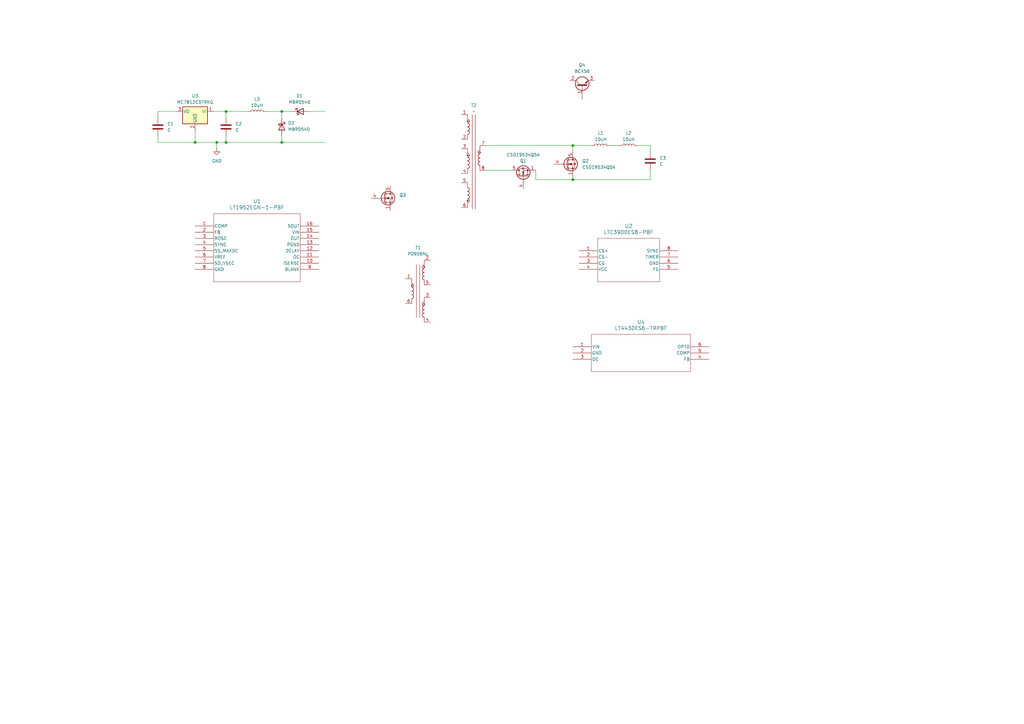
<source format=kicad_sch>
(kicad_sch (version 20231120) (generator "eeschema") (generator_version "8.0")
  (paper "A3")
  (lib_symbols
    (symbol "Device:C" (pin_numbers hide) (pin_names (offset 0.254))
      (property "Reference" "C" (at 0.635 2.54 0))
      (property "Value" "C" (at 0.635 -2.54 0))
      (symbol "C_0_1"
        (polyline (pts (xy -2.032 -0.762) (xy 2.032 -0.762)) (stroke (width 0.508)))
        (polyline (pts (xy -2.032 0.762) (xy 2.032 0.762)) (stroke (width 0.508)))
      )
      (symbol "C_1_1"
        (pin passive line (at 0 3.81 270) (length 2.794) (name "~") (number "1"))
        (pin passive line (at 0 -3.81 90) (length 2.794) (name "~") (number "2"))
      )
    )
    (symbol "Device:L" (pin_numbers hide) (pin_names (offset 1.016) hide)
      (property "Reference" "L" (at -1.27 0 90))
      (property "Value" "L" (at 1.905 0 90))
      (symbol "L_0_1"
        (arc (start 0 -2.54) (mid 0.6323 -1.905) (end 0 -1.27))
        (arc (start 0 -1.27) (mid 0.6323 -0.635) (end 0 0))
        (arc (start 0 0) (mid 0.6323 0.635) (end 0 1.27))
        (arc (start 0 1.27) (mid 0.6323 1.905) (end 0 2.54))
      )
      (symbol "L_1_1"
        (pin passive line (at 0 3.81 270) (length 1.27) (name "1") (number "1"))
        (pin passive line (at 0 -3.81 90) (length 1.27) (name "2") (number "2"))
      )
    )
    (symbol "Diode:MBR0540" (pin_numbers hide) (pin_names (offset 1.016) hide)
      (property "Reference" "D" (at 0 2.54 0))
      (property "Value" "MBR0540" (at 0 -2.54 0))
      (symbol "MBR0540_0_1"
        (polyline (pts (xy 1.27 0) (xy -1.27 0)))
        (polyline (pts (xy 1.27 1.27) (xy 1.27 -1.27) (xy -1.27 0) (xy 1.27 1.27)) (stroke (width 0.254)))
        (polyline (pts (xy -1.905 0.635) (xy -1.905 1.27) (xy -1.27 1.27) (xy -1.27 -1.27) (xy -0.635 -1.27) (xy -0.635 -0.635)) (stroke (width 0.254)))
      )
      (symbol "MBR0540_1_1"
        (pin passive line (at -3.81 0 0) (length 2.54) (name "K") (number "1"))
        (pin passive line (at 3.81 0 180) (length 2.54) (name "A") (number "2"))
      )
    )
    (symbol "Forward_Symbols:Custom_Transformer"
      (property "Reference" "T" (at 0 20.828 0))
      (symbol "Custom_Transformer_0_1"
        (arc (start -2.54 -18.288) (mid -1.7813 -17.526) (end -2.54 -16.764) (stroke (width 0.2032)))
        (circle (center -2.54 -17.526) (radius 0.254) (fill (type outline)))
        (arc (start -2.54 -16.764) (mid -1.7813 -16.002) (end -2.54 -15.24) (stroke (width 0.2032)))
        (arc (start -2.54 -15.24) (mid -1.7813 -14.478) (end -2.54 -13.716) (stroke (width 0.2032)))
        (arc (start -2.54 -4.318) (mid -1.7813 -3.556) (end -2.54 -2.794) (stroke (width 0.2032)))
        (arc (start -2.54 -2.794) (mid -1.7813 -2.032) (end -2.54 -1.27) (stroke (width 0.2032)))
        (arc (start -2.54 -1.27) (mid -1.7813 -0.508) (end -2.54 0.254) (stroke (width 0.2032)))
        (circle (center -2.54 1.016) (radius 0.254) (fill (type outline)))
        (arc (start -2.54 9.652) (mid -1.7813 10.414) (end -2.54 11.176) (stroke (width 0.2032)))
        (arc (start -2.54 11.176) (mid -1.7813 11.938) (end -2.54 12.7) (stroke (width 0.2032)))
        (arc (start -2.54 12.7) (mid -1.7813 13.462) (end -2.54 14.224) (stroke (width 0.2032)))
        (circle (center -2.54 14.986) (radius 0.254) (fill (type outline)))
        (polyline (pts (xy -2.54 -18.288) (xy -2.54 -20.32)))
        (polyline (pts (xy -2.54 -10.16) (xy -2.54 -12.192)))
        (polyline (pts (xy -2.54 -4.318) (xy -2.54 -6.35)))
        (polyline (pts (xy -2.54 3.81) (xy -2.54 1.778)))
        (polyline (pts (xy -2.54 9.652) (xy -2.54 7.62)))
        (polyline (pts (xy -2.54 17.78) (xy -2.54 15.748)))
        (polyline (pts (xy -0.635 17.78) (xy -0.635 -20.955)))
        (polyline (pts (xy 0.635 17.78) (xy 0.635 -20.955)))
        (polyline (pts (xy 2.54 -3.048) (xy 2.54 -5.08)))
        (polyline (pts (xy 2.54 5.08) (xy 2.54 3.048)))
        (arc (start 2.54 -1.524) (mid 1.7813 -2.286) (end 2.54 -3.048) (stroke (width 0.2032)))
        (arc (start 2.54 0) (mid 1.7813 -0.762) (end 2.54 -1.524) (stroke (width 0.2032)))
        (arc (start 2.54 1.524) (mid 1.7813 0.762) (end 2.54 0) (stroke (width 0.2032)))
        (circle (center 2.54 2.286) (radius 0.254) (fill (type outline)))
        (arc (start 2.54 3.048) (mid 1.7813 2.286) (end 2.54 1.524) (stroke (width 0.2032)))
      )
      (symbol "Custom_Transformer_1_1"
        (arc (start -2.54 -13.716) (mid -1.7813 -12.954) (end -2.54 -12.192) (stroke (width 0.2032)))
        (arc (start -2.54 0.254) (mid -1.7813 1.016) (end -2.54 1.778) (stroke (width 0.2032)))
        (arc (start -2.54 14.224) (mid -1.7813 14.986) (end -2.54 15.748) (stroke (width 0.2032)))
        (pin passive line (at -5.08 17.78 0) (length 2.54) (name "~") (number "1"))
        (pin passive line (at -5.08 7.62 0) (length 2.54) (name "~") (number "2"))
        (pin passive line (at -5.08 3.81 0) (length 2.54) (name "~") (number "3"))
        (pin passive line (at -5.08 -6.35 0) (length 2.54) (name "~") (number "4"))
        (pin passive line (at -5.08 -10.16 0) (length 2.54) (name "~") (number "5"))
        (pin passive line (at -5.08 -20.32 0) (length 2.54) (name "~") (number "6"))
        (pin passive line (at 5.08 5.08 180) (length 2.54) (name "~") (number "7"))
        (pin passive line (at 5.08 -5.08 180) (length 2.54) (name "~") (number "8"))
      )
    )
    (symbol "Forward_Symbols:LT1952EGN-1-PBF" (pin_names (offset 0.254))
      (property "Reference" "U" (at 25.4 10.16 0))
      (property "Value" "LT1952EGN-1-PBF" (at 25.4 7.62 0))
      (symbol "LT1952EGN-1-PBF_0_1"
        (polyline (pts (xy 7.62 -22.86) (xy 43.18 -22.86)) (stroke (width 0.127)))
        (polyline (pts (xy 7.62 5.08) (xy 7.62 -22.86)) (stroke (width 0.127)))
        (polyline (pts (xy 43.18 -22.86) (xy 43.18 5.08)) (stroke (width 0.127)))
        (polyline (pts (xy 43.18 5.08) (xy 7.62 5.08)) (stroke (width 0.127)))
        (pin output line (at 0 0 0) (length 7.62) (name "COMP") (number "1"))
        (pin input line (at 50.8 -15.24 180) (length 7.62) (name "ISENSE") (number "10"))
        (pin unspecified line (at 50.8 -12.7 180) (length 7.62) (name "OC") (number "11"))
        (pin unspecified line (at 50.8 -10.16 180) (length 7.62) (name "DELAY") (number "12"))
        (pin power_in line (at 50.8 -7.62 180) (length 7.62) (name "PGND") (number "13"))
        (pin output line (at 50.8 -5.08 180) (length 7.62) (name "OUT") (number "14"))
        (pin input line (at 50.8 -2.54 180) (length 7.62) (name "VIN") (number "15"))
        (pin output line (at 50.8 0 180) (length 7.62) (name "SOUT") (number "16"))
        (pin output line (at 0 -2.54 0) (length 7.62) (name "FB") (number "2"))
        (pin unspecified line (at 0 -5.08 0) (length 7.62) (name "ROSC") (number "3"))
        (pin unspecified line (at 0 -7.62 0) (length 7.62) (name "SYNC") (number "4"))
        (pin unspecified line (at 0 -10.16 0) (length 7.62) (name "SS_MAXDC") (number "5"))
        (pin output line (at 0 -12.7 0) (length 7.62) (name "VREF") (number "6"))
        (pin unspecified line (at 0 -15.24 0) (length 7.62) (name "SD_VSEC") (number "7"))
        (pin power_in line (at 0 -17.78 0) (length 7.62) (name "GND") (number "8"))
        (pin output line (at 50.8 -17.78 180) (length 7.62) (name "BLANK") (number "9"))
      )
    )
    (symbol "Forward_Symbols:LT4430ES6-TRPBF" (pin_names (offset 0.254))
      (property "Reference" "U" (at 27.94 10.16 0))
      (property "Value" "LT4430ES6-TRPBF" (at 27.94 7.62 0))
      (symbol "LT4430ES6-TRPBF_0_1"
        (polyline (pts (xy 7.62 -10.16) (xy 48.26 -10.16)) (stroke (width 0.127)))
        (polyline (pts (xy 7.62 5.08) (xy 7.62 -10.16)) (stroke (width 0.127)))
        (polyline (pts (xy 48.26 -10.16) (xy 48.26 5.08)) (stroke (width 0.127)))
        (polyline (pts (xy 48.26 5.08) (xy 7.62 5.08)) (stroke (width 0.127)))
        (pin input line (at 0 0 0) (length 7.62) (name "VIN") (number "1"))
        (pin power_in line (at 0 -2.54 0) (length 7.62) (name "GND") (number "2"))
        (pin unspecified line (at 0 -5.08 0) (length 7.62) (name "OC") (number "3"))
        (pin input line (at 55.88 -5.08 180) (length 7.62) (name "FB") (number "4"))
        (pin output line (at 55.88 -2.54 180) (length 7.62) (name "COMP") (number "5"))
        (pin output line (at 55.88 0 180) (length 7.62) (name "OPTO") (number "6"))
      )
    )
    (symbol "Forward_Symbols:LTC3900ES8-PBF" (pin_names (offset 0.254))
      (property "Reference" "U" (at 20.32 10.16 0))
      (property "Value" "LTC3900ES8-PBF" (at 20.32 7.62 0))
      (symbol "LTC3900ES8-PBF_0_1"
        (polyline (pts (xy 7.62 -12.7) (xy 33.02 -12.7)) (stroke (width 0.127)))
        (polyline (pts (xy 7.62 5.08) (xy 7.62 -12.7)) (stroke (width 0.127)))
        (polyline (pts (xy 33.02 -12.7) (xy 33.02 5.08)) (stroke (width 0.127)))
        (polyline (pts (xy 33.02 5.08) (xy 7.62 5.08)) (stroke (width 0.127)))
        (pin input line (at 0 0 0) (length 7.62) (name "CS+") (number "1"))
        (pin input line (at 0 -2.54 0) (length 7.62) (name "CS-") (number "2"))
        (pin unspecified line (at 0 -5.08 0) (length 7.62) (name "CG") (number "3"))
        (pin power_in line (at 0 -7.62 0) (length 7.62) (name "VCC") (number "4"))
        (pin unspecified line (at 40.64 -7.62 180) (length 7.62) (name "FG") (number "5"))
        (pin power_in line (at 40.64 -5.08 180) (length 7.62) (name "GND") (number "6"))
        (pin input line (at 40.64 -2.54 180) (length 7.62) (name "TIMER") (number "7"))
        (pin input line (at 40.64 0 180) (length 7.62) (name "SYNC") (number "8"))
      )
    )
    (symbol "Regulator_Linear:MC78M05_TO252" (pin_names (offset 0.254))
      (property "Reference" "U" (at -3.81 3.175 0))
      (property "Value" "MC78M05_TO252" (at 0 3.175 0))
      (symbol "MC78M05_TO252_0_1"
        (rectangle (start -5.08 1.905) (end 5.08 -5.08) (stroke (width 0.254)) (fill (type background)))
      )
      (symbol "MC78M05_TO252_1_1"
        (pin power_in line (at -7.62 0 0) (length 2.54) (name "VI") (number "1"))
        (pin power_in line (at 0 -7.62 90) (length 2.54) (name "GND") (number "2"))
        (pin power_out line (at 7.62 0 180) (length 2.54) (name "VO") (number "3"))
      )
    )
    (symbol "Transformer:P0926NL" (pin_names hide)
      (property "Reference" "T" (at 0 13.97 0))
      (property "Value" "P0926NL" (at 0 -13.97 0))
      (symbol "P0926NL_0_1"
        (arc (start -2.54 -3.048) (mid -1.7813 -2.286) (end -2.54 -1.524) (stroke (width 0.2032)))
        (arc (start -2.54 -1.524) (mid -1.7813 -0.762) (end -2.54 0) (stroke (width 0.2032)))
        (arc (start -2.54 0) (mid -1.7813 0.762) (end -2.54 1.524) (stroke (width 0.2032)))
        (circle (center -2.54 2.286) (radius 0.254) (fill (type outline)))
        (polyline (pts (xy -2.54 -3.048) (xy -2.54 -5.08)))
        (polyline (pts (xy -2.54 5.08) (xy -2.54 3.048)))
        (polyline (pts (xy -0.635 10.795) (xy -0.635 -10.795)))
        (polyline (pts (xy 0.635 10.795) (xy 0.635 -10.795)))
        (polyline (pts (xy 2.54 -10.668) (xy 2.54 -12.7)))
        (polyline (pts (xy 2.54 -2.54) (xy 2.54 -4.572)))
        (polyline (pts (xy 2.54 4.572) (xy 2.54 2.54)))
        (polyline (pts (xy 2.54 12.7) (xy 2.54 10.668)))
        (arc (start 2.54 -9.144) (mid 1.7813 -9.906) (end 2.54 -10.668) (stroke (width 0.2032)))
        (arc (start 2.54 -7.62) (mid 1.7813 -8.382) (end 2.54 -9.144) (stroke (width 0.2032)))
        (arc (start 2.54 -6.096) (mid 1.7813 -6.858) (end 2.54 -7.62) (stroke (width 0.2032)))
        (circle (center 2.54 -5.334) (radius 0.254) (fill (type outline)))
        (arc (start 2.54 -4.572) (mid 1.7813 -5.334) (end 2.54 -6.096) (stroke (width 0.2032)))
        (arc (start 2.54 6.096) (mid 1.7813 5.334) (end 2.54 4.572) (stroke (width 0.2032)))
        (arc (start 2.54 7.62) (mid 1.7813 6.858) (end 2.54 6.096) (stroke (width 0.2032)))
        (arc (start 2.54 9.144) (mid 1.7813 8.382) (end 2.54 7.62) (stroke (width 0.2032)))
        (circle (center 2.54 9.906) (radius 0.254) (fill (type outline)))
        (arc (start 2.54 10.668) (mid 1.7813 9.906) (end 2.54 9.144) (stroke (width 0.2032)))
      )
      (symbol "P0926NL_1_1"
        (arc (start -2.54 1.524) (mid -1.7813 2.286) (end -2.54 3.048) (stroke (width 0.2032)))
        (pin passive line (at -5.08 5.08 0) (length 2.54) (name "~") (number "1"))
        (pin passive line (at 5.08 12.7 180) (length 2.54) (name "~") (number "2"))
        (pin passive line (at 5.08 -2.54 180) (length 2.54) (name "~") (number "3"))
        (pin passive line (at 5.08 -12.7 180) (length 2.54) (name "~") (number "4"))
        (pin passive line (at 5.08 2.54 180) (length 2.54) (name "~") (number "5"))
        (pin passive line (at -5.08 -5.08 0) (length 2.54) (name "~") (number "6"))
      )
    )
    (symbol "Transistor_BJT:BCX56" (pin_names (offset 0) hide)
      (property "Reference" "Q" (at 5.08 1.905 0))
      (property "Value" "BCX56" (at 5.08 0 0))
      (symbol "BCX56_0_1"
        (polyline (pts (xy 0.635 0.635) (xy 2.54 2.54)))
        (polyline (pts (xy 0.635 -0.635) (xy 2.54 -2.54) (xy 2.54 -2.54)))
        (polyline (pts (xy 0.635 1.905) (xy 0.635 -1.905) (xy 0.635 -1.905)) (stroke (width 0.508)))
        (polyline (pts (xy 1.27 -1.778) (xy 1.778 -1.27) (xy 2.286 -2.286) (xy 1.27 -1.778) (xy 1.27 -1.778)) (fill (type outline)))
        (circle (center 1.27 0) (radius 2.8194) (stroke (width 0.254)))
      )
      (symbol "BCX56_1_1"
        (pin input line (at -5.08 0 0) (length 5.715) (name "B") (number "1"))
        (pin passive line (at 2.54 5.08 270) (length 2.54) (name "C") (number "2"))
        (pin passive line (at 2.54 -5.08 90) (length 2.54) (name "E") (number "3"))
      )
    )
    (symbol "Transistor_FET:BSC340N08NS3G" (pin_names hide)
      (property "Reference" "Q" (at 5.08 1.905 0))
      (property "Value" "BSC340N08NS3G" (at 5.08 0 0))
      (symbol "BSC340N08NS3G_0_1"
        (polyline (pts (xy 0.254 0) (xy -2.54 0)))
        (polyline (pts (xy 0.254 1.905) (xy 0.254 -1.905)) (stroke (width 0.254)))
        (polyline (pts (xy 0.762 -1.27) (xy 0.762 -2.286)) (stroke (width 0.254)))
        (polyline (pts (xy 0.762 0.508) (xy 0.762 -0.508)) (stroke (width 0.254)))
        (polyline (pts (xy 0.762 2.286) (xy 0.762 1.27)) (stroke (width 0.254)))
        (polyline (pts (xy 2.54 2.54) (xy 2.54 1.778)))
        (polyline (pts (xy 2.54 -2.54) (xy 2.54 0) (xy 0.762 0)))
        (polyline (pts (xy 0.762 -1.778) (xy 3.302 -1.778) (xy 3.302 1.778) (xy 0.762 1.778)))
        (polyline (pts (xy 1.016 0) (xy 2.032 0.381) (xy 2.032 -0.381) (xy 1.016 0)) (fill (type outline)))
        (polyline (pts (xy 2.794 0.508) (xy 2.921 0.381) (xy 3.683 0.381) (xy 3.81 0.254)))
        (polyline (pts (xy 3.302 0.381) (xy 2.921 -0.254) (xy 3.683 -0.254) (xy 3.302 0.381)))
        (circle (center 1.651 0) (radius 2.794) (stroke (width 0.254)))
        (circle (center 2.54 -1.778) (radius 0.254) (fill (type outline)))
        (circle (center 2.54 1.778) (radius 0.254) (fill (type outline)))
      )
      (symbol "BSC340N08NS3G_1_1"
        (pin passive line (at 2.54 -5.08 90) (length 2.54) (name "S") (number "1"))
        (pin passive line (at 2.54 -5.08 90) (length 2.54) hide (name "S") (number "2"))
        (pin passive line (at 2.54 -5.08 90) (length 2.54) hide (name "S") (number "3"))
        (pin passive line (at -5.08 0 0) (length 2.54) (name "G") (number "4"))
        (pin passive line (at 2.54 5.08 270) (length 2.54) (name "D") (number "5"))
      )
    )
    (symbol "Transistor_FET:CSD19534Q5A" (pin_names hide)
      (property "Reference" "Q" (at 5.08 1.905 0))
      (property "Value" "CSD19534Q5A" (at 5.08 0 0))
      (symbol "CSD19534Q5A_0_1"
        (polyline (pts (xy 0.254 0) (xy -2.54 0)))
        (polyline (pts (xy 0.254 1.905) (xy 0.254 -1.905)) (stroke (width 0.254)))
        (polyline (pts (xy 0.762 -1.27) (xy 0.762 -2.286)) (stroke (width 0.254)))
        (polyline (pts (xy 0.762 0.508) (xy 0.762 -0.508)) (stroke (width 0.254)))
        (polyline (pts (xy 0.762 2.286) (xy 0.762 1.27)) (stroke (width 0.254)))
        (polyline (pts (xy 2.54 2.54) (xy 2.54 1.778)))
        (polyline (pts (xy 2.54 -2.54) (xy 2.54 0) (xy 0.762 0)))
        (polyline (pts (xy 0.762 -1.778) (xy 3.302 -1.778) (xy 3.302 1.778) (xy 0.762 1.778)))
        (polyline (pts (xy 1.016 0) (xy 2.032 0.381) (xy 2.032 -0.381) (xy 1.016 0)) (fill (type outline)))
        (polyline (pts (xy 2.794 0.508) (xy 2.921 0.381) (xy 3.683 0.381) (xy 3.81 0.254)))
        (polyline (pts (xy 3.302 0.381) (xy 2.921 -0.254) (xy 3.683 -0.254) (xy 3.302 0.381)))
        (circle (center 1.651 0) (radius 2.794) (stroke (width 0.254)))
        (circle (center 2.54 -1.778) (radius 0.254) (fill (type outline)))
        (circle (center 2.54 1.778) (radius 0.254) (fill (type outline)))
      )
      (symbol "CSD19534Q5A_1_1"
        (pin passive line (at 2.54 -5.08 90) (length 2.54) (name "S") (number "1"))
        (pin passive line (at 2.54 -5.08 90) (length 2.54) hide (name "S") (number "2"))
        (pin passive line (at 2.54 -5.08 90) (length 2.54) hide (name "S") (number "3"))
        (pin passive line (at -5.08 0 0) (length 2.54) (name "G") (number "4"))
        (pin passive line (at 2.54 5.08 270) (length 2.54) (name "D") (number "5"))
      )
    )
    (symbol "power:GND" (power) (pin_numbers hide) (pin_names (offset 0) hide)
      (property "Value" "GND" (at 0 -3.81 0))
      (symbol "GND_0_1"
        (polyline (pts (xy 0 0) (xy 0 -1.27) (xy 1.27 -1.27) (xy 0 -2.54) (xy -1.27 -1.27) (xy 0 -1.27)))
      )
      (symbol "GND_1_1"
        (pin power_in line (at 0 0 270) (length 0) (name "~") (number "1"))
      )
    )
  )
  (junction (at 80.01 58.42))
  (junction (at 115.57 45.72))
  (junction (at 92.71 58.42))
  (junction (at 88.9 58.42))
  (junction (at 234.95 73.66))
  (junction (at 115.57 58.42))
  (junction (at 92.71 45.72))
  (junction (at 234.95 59.69))
  (wire (pts (xy 234.95 73.66) (xy 266.7 73.66)))
  (wire (pts (xy 127 45.72) (xy 133.35 45.72)))
  (wire (pts (xy 92.71 45.72) (xy 92.71 48.26)))
  (wire (pts (xy 199.39 59.69) (xy 234.95 59.69)))
  (wire (pts (xy 88.9 58.42) (xy 88.9 60.96)))
  (wire (pts (xy 87.63 45.72) (xy 92.71 45.72)))
  (wire (pts (xy 219.71 73.66) (xy 219.71 69.85)))
  (wire (pts (xy 92.71 45.72) (xy 101.6 45.72)))
  (wire (pts (xy 250.19 59.69) (xy 254 59.69)))
  (wire (pts (xy 266.7 59.69) (xy 266.7 62.23)))
  (wire (pts (xy 115.57 45.72) (xy 115.57 48.26)))
  (wire (pts (xy 266.7 69.85) (xy 266.7 73.66)))
  (wire (pts (xy 92.71 55.88) (xy 92.71 58.42)))
  (wire (pts (xy 64.77 58.42) (xy 80.01 58.42)))
  (wire (pts (xy 64.77 45.72) (xy 72.39 45.72)))
  (wire (pts (xy 199.39 69.85) (xy 209.55 69.85)))
  (wire (pts (xy 261.62 59.69) (xy 266.7 59.69)))
  (wire (pts (xy 234.95 59.69) (xy 242.57 59.69)))
  (wire (pts (xy 234.95 73.66) (xy 234.95 72.39)))
  (wire (pts (xy 109.22 45.72) (xy 115.57 45.72)))
  (wire (pts (xy 64.77 48.26) (xy 64.77 45.72)))
  (wire (pts (xy 80.01 58.42) (xy 88.9 58.42)))
  (wire (pts (xy 234.95 62.23) (xy 234.95 59.69)))
  (wire (pts (xy 115.57 45.72) (xy 119.38 45.72)))
  (wire (pts (xy 88.9 58.42) (xy 92.71 58.42)))
  (wire (pts (xy 219.71 73.66) (xy 234.95 73.66)))
  (wire (pts (xy 92.71 58.42) (xy 115.57 58.42)))
  (wire (pts (xy 115.57 58.42) (xy 133.35 58.42)))
  (wire (pts (xy 115.57 55.88) (xy 115.57 58.42)))
  (wire (pts (xy 80.01 53.34) (xy 80.01 58.42)))
  (wire (pts (xy 64.77 55.88) (xy 64.77 58.42)))
  (symbol (lib_id "Device:C") (at 64.77 52.07 0) (unit 1)
    (property "Reference" "C1" (at 68.58 50.7999 0) (effects (justify left)))
    (property "Value" "C" (at 68.58 53.3399 0) (effects (justify left)))
    (property "Description" "Unpolarized capacitor" (effects (hide yes)))
  )
  (symbol (lib_id "Device:C") (at 266.7 66.04 0) (unit 1)
    (property "Reference" "C3" (at 270.51 64.7699 0) (effects (justify left)))
    (property "Value" "C" (at 270.51 67.3099 0) (effects (justify left)))
    (property "Description" "Unpolarized capacitor" (effects (hide yes)))
  )
  (symbol (lib_id "Device:L") (at 105.41 45.72 90) (unit 1)
    (property "Reference" "L3" (at 105.41 40.64 90))
    (property "Value" "10uH" (at 105.41 43.18 90))
    (property "Footprint" "Inductor_SMD:L_12x12mm_H6mm" (effects (hide yes)))
    (property "Description" "Inductor" (effects (hide yes)))
  )
  (symbol (lib_id "Forward_Symbols:Custom_Transformer") (at 194.31 64.77 0) (unit 1)
    (property "Reference" "T2" (at 194.31 43.18 0))
    (property "Value" "~" (at 194.31 45.72 0))
  )
  (symbol (lib_id "Forward_Symbols:LT1952EGN-1-PBF") (at 80.01 92.71 0) (unit 1)
    (property "Reference" "U1" (at 105.41 82.55 0) (effects (font (size 1.524 1.524))))
    (property "Value" "LT1952EGN-1-PBF" (at 105.41 85.09 0) (effects (font (size 1.524 1.524))))
    (property "Footprint" "Forward_Footprint:SOP16 DIP Adapter" (effects (hide yes)))
    (property "Datasheet" "LT1952EGN-1-PBF" (effects (hide yes)))
  )
  (symbol (lib_id "Diode:MBR0540") (at 115.57 52.07 270) (unit 1)
    (property "Reference" "D2" (at 118.11 50.4824 90) (effects (justify left)))
    (property "Value" "MBR0540" (at 118.11 53.0224 90) (effects (justify left)))
    (property "Footprint" "Diode_SMD:D_SOD-123" (effects (hide yes)))
    (property "Datasheet" "http://www.mccsemi.com/up_pdf/MBR0520~MBR0580(SOD123).pdf" (effects (hide yes)))
    (property "Description" "40V 0.5A Schottky Power Rectifier Diode, SOD-123" (effects (hide yes)))
  )
  (symbol (lib_id "Device:L") (at 246.38 59.69 90) (unit 1)
    (property "Reference" "L1" (at 246.38 54.61 90))
    (property "Value" "10uH" (at 246.38 57.15 90))
    (property "Footprint" "Inductor_SMD:L_12x12mm_H6mm" (effects (hide yes)))
    (property "Description" "Inductor" (effects (hide yes)))
  )
  (symbol (lib_id "Forward_Symbols:LT4430ES6-TRPBF") (at 234.95 142.24 0) (unit 1)
    (property "Reference" "U4" (at 262.89 132.08 0) (effects (font (size 1.524 1.524))))
    (property "Value" "LT4430ES6-TRPBF" (at 262.89 134.62 0) (effects (font (size 1.524 1.524))))
    (property "Footprint" "TSOT-23_S6_LIT" (effects (hide yes)))
    (property "Datasheet" "LT4430ES6-TRPBF" (effects (hide yes)))
  )
  (symbol (lib_id "Diode:MBR0540") (at 123.19 45.72 0) (unit 1)
    (property "Reference" "D1" (at 122.8725 39.37 0))
    (property "Value" "MBR0540" (at 122.8725 41.91 0))
    (property "Footprint" "Diode_SMD:D_SOD-123" (effects (hide yes)))
    (property "Datasheet" "http://www.mccsemi.com/up_pdf/MBR0520~MBR0580(SOD123).pdf" (effects (hide yes)))
    (property "Description" "40V 0.5A Schottky Power Rectifier Diode, SOD-123" (effects (hide yes)))
  )
  (symbol (lib_id "Transistor_FET:CSD19534Q5A") (at 214.63 72.39 90) (unit 1)
    (property "Reference" "Q1" (at 214.63 66.04 90))
    (property "Value" "CSD19534Q5A" (at 214.63 63.5 90))
    (property "Footprint" "Package_TO_SOT_SMD:TDSON-8-1" (effects (hide yes)))
    (property "Datasheet" "http://www.ti.com/lit/gpn/csd19534q5a" (effects (hide yes)))
    (property "Description" "50A Id, 100V Vds, NexFET N-Channel Power MOSFET, 15.1mOhm Ron, 17nC Qg(typ), SON8 5x6mm" (effects (hide yes)))
  )
  (symbol (lib_id "Regulator_Linear:MC78M05_TO252") (at 80.01 45.72 0) (mirror y) (unit 1)
    (property "Reference" "U3" (at 80.01 39.37 0))
    (property "Value" "MC7812CDTRKG" (at 80.01 41.91 0))
    (property "Footprint" "Package_TO_SOT_SMD:TO-252-2" (effects (hide yes)))
    (property "Datasheet" "https://www.onsemi.com/pub/Collateral/MC78M00-D.PDF" (effects (hide yes)))
    (property "Description" "Positive 500mA 35V Linear Regulator, Fixed Output 5V, TO-252 (D-PAK)" (effects (hide yes)))
  )
  (symbol (lib_id "Forward_Symbols:LTC3900ES8-PBF") (at 237.49 102.87 0) (unit 1)
    (property "Reference" "U2" (at 257.81 92.71 0) (effects (font (size 1.524 1.524))))
    (property "Value" "LTC3900ES8-PBF" (at 257.81 95.25 0) (effects (font (size 1.524 1.524))))
    (property "Footprint" "Forward_Footprint:SO-8_S_LIT" (effects (hide yes)))
    (property "Datasheet" "LTC3900ES8-PBF" (effects (hide yes)))
  )
  (symbol (lib_id "Transistor_FET:BSC340N08NS3G") (at 157.48 81.28 0) (unit 1)
    (property "Reference" "Q3" (at 163.83 80.0099 0) (effects (justify left)))
    (property "Value" "BSC320N20NS3G" (effects (hide yes)))
    (property "Footprint" "Package_TO_SOT_SMD:TDSON-8-1" (effects (hide yes)))
    (property "Datasheet" "http://www.infineon.com/dgdl/Infineon-BSC340N08NS3G-DS-v02_06-en.pdf?fileId=db3a30431add1d95011ae81c21f2563a" (effects (hide yes)))
    (property "Description" "23A Id, 80V Vds, OptiMOS N-Channel Power MOSFET, 34.0mOhm Ron, Qg (typ) 6.8nC, PG-TDSON-8" (effects (hide yes)))
  )
  (symbol (lib_id "Device:L") (at 257.81 59.69 90) (unit 1)
    (property "Reference" "L2" (at 257.81 54.61 90))
    (property "Value" "10uH" (at 257.81 57.15 90))
    (property "Footprint" "Inductor_SMD:L_12x12mm_H6mm" (effects (hide yes)))
    (property "Description" "Inductor" (effects (hide yes)))
  )
  (symbol (lib_id "Transistor_BJT:BCX56") (at 238.76 35.56 90) (unit 1)
    (property "Reference" "Q4" (at 238.76 26.67 90))
    (property "Value" "BCX56" (at 238.76 29.21 90))
    (property "Footprint" "Package_TO_SOT_SMD:SOT-89-3" (effects (hide yes)))
    (property "Datasheet" "https://www.nxp.com/docs/en/data-sheet/BCP56_BCX56_BC56PA.pdf" (effects (hide yes)))
    (property "Description" "1A Ic, 80V Vce, NPN Medium Power Transistor, SOT-89" (effects (hide yes)))
  )
  (symbol (lib_id "Transformer:P0926NL") (at 171.45 119.38 0) (unit 1)
    (property "Reference" "T1" (at 171.45 101.6 0))
    (property "Value" "P0926NL" (at 171.45 104.14 0))
    (property "Footprint" "Transformer_SMD:Pulse_P0926NL" (effects (hide yes)))
    (property "Datasheet" "https://productfinder.pulseeng.com/products/datasheets/SPM2007_61.pdf" (effects (hide yes)))
    (property "Description" "SMT Gate Drive Transformer, 1:1:1" (effects (hide yes)))
  )
  (symbol (lib_id "Device:C") (at 92.71 52.07 0) (unit 1)
    (property "Reference" "C2" (at 96.52 50.7999 0) (effects (justify left)))
    (property "Value" "C" (at 96.52 53.3399 0) (effects (justify left)))
    (property "Description" "Unpolarized capacitor" (effects (hide yes)))
  )
  (symbol (lib_id "Transistor_FET:CSD19534Q5A") (at 232.41 67.31 0) (unit 1)
    (property "Reference" "Q2" (at 238.76 66.0399 0) (effects (justify left)))
    (property "Value" "CSD19534Q5A" (at 238.76 68.5799 0) (effects (justify left)))
    (property "Footprint" "Package_TO_SOT_SMD:TDSON-8-1" (effects (hide yes)))
    (property "Datasheet" "http://www.ti.com/lit/gpn/csd19534q5a" (effects (hide yes)))
    (property "Description" "50A Id, 100V Vds, NexFET N-Channel Power MOSFET, 15.1mOhm Ron, 17nC Qg(typ), SON8 5x6mm" (effects (hide yes)))
  )
  (symbol (lib_id "power:GND") (at 88.9 60.96 0) (unit 1)
    (property "Reference" "#PWR01" (effects (hide yes)))
    (property "Value" "GND" (at 88.9 66.04 0))
    (property "Description" "Power symbol creates a global label with name \"GND\" , ground" (effects (hide yes)))
  )
)
</source>
